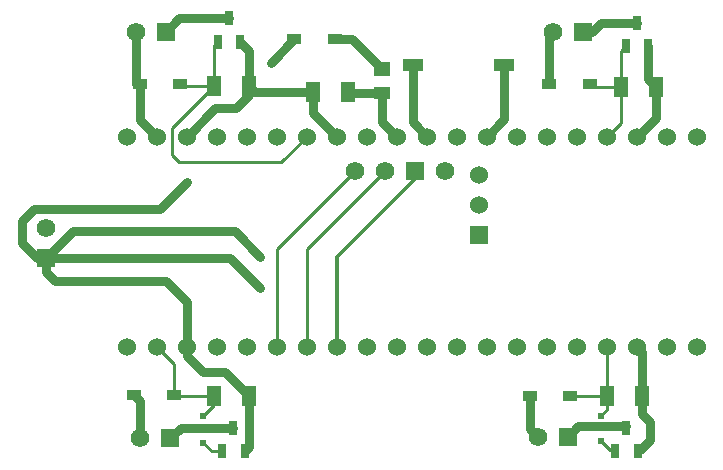
<source format=gtl>
G04 Layer: TopLayer*
G04 EasyEDA v6.5.23, 2023-05-02 21:24:27*
G04 e18e553d63b247878dc8903f2d5500c8,4f913e99b9844981aeab8c69eabd27f9,10*
G04 Gerber Generator version 0.2*
G04 Scale: 100 percent, Rotated: No, Reflected: No *
G04 Dimensions in millimeters *
G04 leading zeros omitted , absolute positions ,4 integer and 5 decimal *
%FSLAX45Y45*%
%MOMM*%

%AMMACRO1*21,1,$1,$2,0,0,$3*%
%ADD10C,0.3000*%
%ADD11C,0.2540*%
%ADD12C,0.8000*%
%ADD13R,1.2000X0.9500*%
%ADD14R,1.7500X1.0000*%
%ADD15R,0.7000X1.2500*%
%ADD16MACRO1,1.701X1.2075X-90.0000*%
%ADD17MACRO1,1.701X1.2075X90.0000*%
%ADD18MACRO1,1.377X1.1325X0.0000*%
%ADD19R,1.3770X1.1325*%
%ADD20R,1.5748X1.5748*%
%ADD21C,1.5748*%
%ADD22C,1.5240*%
%ADD23R,1.5240X1.5240*%
%ADD24C,0.6200*%

%LPD*%
D10*
X3035300Y-1943100D02*
G01*
X2781300Y-2197100D01*
X2781300Y-2959100D01*
D11*
X5186121Y-762000D02*
G01*
X5186121Y-1062278D01*
X5067300Y-1181100D01*
X5226304Y-417499D02*
G01*
X5186121Y-457682D01*
X5186121Y-762000D01*
X4919802Y-736600D02*
G01*
X4945202Y-762000D01*
X5186121Y-762000D01*
X1771904Y-379399D02*
G01*
X1744421Y-406882D01*
X1744421Y-749300D01*
X1452702Y-736600D02*
G01*
X1465402Y-749300D01*
X1744421Y-749300D01*
X5071821Y-3378200D02*
G01*
X5071821Y-2963621D01*
X5067300Y-2959100D01*
X4754702Y-3378200D02*
G01*
X5071821Y-3378200D01*
X2273300Y-2959100D02*
G01*
X2273300Y-2133600D01*
X2933700Y-1473200D01*
X2527300Y-2959100D02*
G01*
X2527300Y-2133600D01*
X3187700Y-1473200D01*
X1401902Y-3365500D02*
G01*
X1414602Y-3378200D01*
X1744421Y-3378200D01*
X1810004Y-3846499D02*
G01*
X1725599Y-3846499D01*
X1651000Y-3771900D01*
X1651000Y-3543300D02*
G01*
X1744421Y-3449878D01*
X1744421Y-3378200D01*
X5137404Y-3833799D02*
G01*
X5091099Y-3833799D01*
X5016500Y-3759200D01*
X5016500Y-3543300D02*
G01*
X5071826Y-3487973D01*
X5071826Y-3378200D01*
X2040178Y-3378200D02*
G01*
X1987295Y-3431082D01*
D12*
X4579797Y-736600D02*
G01*
X4579797Y-322402D01*
X4610100Y-292100D01*
D11*
X1744421Y-749300D02*
G01*
X1739900Y-749300D01*
X1384300Y-1104900D01*
X1384300Y-1333500D01*
X1447800Y-1397000D01*
X2311400Y-1397000D01*
X2527300Y-1181100D01*
D12*
X5321300Y-1181100D02*
G01*
X5481878Y-1020521D01*
X5481878Y-762000D01*
X5481878Y-762000D02*
G01*
X5416295Y-696417D01*
X5416295Y-417499D01*
X5321300Y-217500D02*
G01*
X5016500Y-217500D01*
X4941900Y-292100D01*
X4864100Y-292100D01*
X5321300Y-2959100D02*
G01*
X5367578Y-3005378D01*
X5367578Y-3378200D01*
X5367578Y-3378200D02*
G01*
X5367578Y-3526078D01*
X5435600Y-3594100D01*
X5435600Y-3746500D01*
X5348300Y-3833799D01*
X5327395Y-3833799D01*
X4483100Y-3721100D02*
G01*
X4414697Y-3652697D01*
X4414697Y-3378200D01*
X1905000Y-3646500D02*
G01*
X1458899Y-3646500D01*
X1371600Y-3733800D01*
X2040178Y-3378200D02*
G01*
X2040178Y-3806317D01*
X1999995Y-3846499D01*
X1511300Y-2959100D02*
G01*
X1511300Y-3035300D01*
X1651000Y-3175000D01*
X1836928Y-3175000D01*
X2040127Y-3378200D01*
X1061897Y-3365500D02*
G01*
X1117600Y-3421202D01*
X1117600Y-3733800D01*
D11*
X1401902Y-3365500D02*
G01*
X1401902Y-3103702D01*
X1257300Y-2959100D01*
D12*
X5232400Y-3633723D02*
G01*
X4824475Y-3633723D01*
X4737100Y-3721100D01*
X1079500Y-292100D02*
G01*
X1079500Y-736600D01*
X1112697Y-736600D02*
G01*
X1112697Y-1036497D01*
X1257300Y-1181100D01*
X1333500Y-292100D02*
G01*
X1446199Y-179400D01*
X1866900Y-179400D01*
X1511300Y-2959100D02*
G01*
X1511300Y-2578100D01*
X1333500Y-2400300D01*
X393700Y-2400300D01*
X317500Y-2324100D01*
X317500Y-2209800D01*
X1511300Y-1562100D02*
G01*
X1282700Y-1790700D01*
X215900Y-1790700D01*
X114300Y-1892300D01*
X114300Y-2082800D01*
X241300Y-2209800D01*
X317500Y-2209800D01*
X2133600Y-2463800D02*
G01*
X1879600Y-2209800D01*
X317500Y-2209800D01*
X317500Y-2209800D02*
G01*
X546100Y-1981200D01*
X1917700Y-1981200D01*
X2133600Y-2197100D01*
X1961895Y-379399D02*
G01*
X2040178Y-457682D01*
X2040178Y-749300D01*
X1511300Y-1181100D02*
G01*
X1752600Y-939800D01*
X1930400Y-939800D01*
X2040178Y-830021D01*
X2040178Y-749300D01*
X2040178Y-749300D02*
G01*
X2090978Y-800100D01*
X2582621Y-800100D01*
X2781300Y-1181100D02*
G01*
X2582621Y-982421D01*
X2582621Y-800100D01*
X3422510Y-609600D02*
G01*
X3422510Y-1060310D01*
X3543300Y-1181100D01*
X4197489Y-609600D02*
G01*
X4197489Y-1034910D01*
X4051300Y-1181100D01*
X2878378Y-800100D02*
G01*
X2889478Y-811199D01*
X3162300Y-811199D01*
X3289300Y-1181100D02*
G01*
X3162300Y-1054100D01*
X3162300Y-811199D01*
X3162300Y-611200D02*
G01*
X2906699Y-355600D01*
X2760802Y-355600D01*
X2220615Y-558800D02*
G01*
X2420797Y-358617D01*
X2420797Y-355600D01*
D10*
X3441700Y-1473200D02*
G01*
X3441700Y-1536700D01*
X3035300Y-1943100D01*
D13*
G01*
X2420797Y-355600D03*
G01*
X2760802Y-355600D03*
D14*
G01*
X3422497Y-571500D03*
G01*
X4197502Y-571500D03*
D15*
G01*
X5137404Y-3846499D03*
G01*
X5327395Y-3846499D03*
G01*
X5232400Y-3646500D03*
G01*
X1810004Y-3846499D03*
G01*
X1999995Y-3846499D03*
G01*
X1905000Y-3646500D03*
G01*
X1771904Y-379399D03*
G01*
X1961895Y-379399D03*
G01*
X1866900Y-179400D03*
G01*
X5226304Y-417499D03*
G01*
X5416295Y-417499D03*
G01*
X5321300Y-217500D03*
D16*
G01*
X5071823Y-3378200D03*
G01*
X5367576Y-3378200D03*
G01*
X1744423Y-3378200D03*
G01*
X2040176Y-3378200D03*
G01*
X1744423Y-749300D03*
G01*
X2040176Y-749300D03*
G01*
X5186123Y-762000D03*
G01*
X5481876Y-762000D03*
D17*
G01*
X2878376Y-800100D03*
G01*
X2582623Y-800100D03*
D18*
G01*
X3162300Y-611195D03*
D19*
G01*
X3162300Y-811199D03*
D13*
G01*
X4754702Y-3378200D03*
G01*
X4414697Y-3378200D03*
G01*
X1401902Y-3365500D03*
G01*
X1061897Y-3365500D03*
G01*
X1452702Y-736600D03*
G01*
X1112697Y-736600D03*
G01*
X4919802Y-736600D03*
G01*
X4579797Y-736600D03*
D20*
G01*
X317500Y-2209800D03*
D21*
G01*
X317500Y-1955800D03*
G01*
X3695700Y-1473200D03*
D20*
G01*
X3441700Y-1473200D03*
D21*
G01*
X3187700Y-1473200D03*
G01*
X2933700Y-1473200D03*
G01*
X4483100Y-3721100D03*
D20*
G01*
X4737100Y-3721100D03*
D21*
G01*
X1117600Y-3733800D03*
D20*
G01*
X1371600Y-3733800D03*
D21*
G01*
X1079500Y-292100D03*
D20*
G01*
X1333500Y-292100D03*
D21*
G01*
X4610100Y-292100D03*
D20*
G01*
X4864100Y-292100D03*
D22*
G01*
X5829300Y-1181100D03*
G01*
X5575300Y-1181100D03*
G01*
X5321300Y-1181100D03*
G01*
X5067300Y-1181100D03*
G01*
X4813300Y-1181100D03*
G01*
X4559300Y-1181100D03*
G01*
X4305300Y-1181100D03*
G01*
X4051300Y-1181100D03*
G01*
X3797300Y-1181100D03*
G01*
X3543300Y-1181100D03*
G01*
X3289300Y-1181100D03*
G01*
X3035300Y-1181100D03*
G01*
X2781300Y-1181100D03*
G01*
X2527300Y-1181100D03*
G01*
X2273300Y-1181100D03*
G01*
X2019300Y-1181100D03*
G01*
X1765300Y-1181100D03*
G01*
X1511300Y-1181100D03*
G01*
X1257300Y-1181100D03*
G01*
X1003300Y-1181100D03*
G01*
X5829300Y-2959100D03*
G01*
X5575300Y-2959100D03*
G01*
X5321300Y-2959100D03*
G01*
X5067300Y-2959100D03*
G01*
X4813300Y-2959100D03*
G01*
X4559300Y-2959100D03*
G01*
X4305300Y-2959100D03*
G01*
X4051300Y-2959100D03*
G01*
X3797300Y-2959100D03*
G01*
X3543300Y-2959100D03*
G01*
X3289300Y-2959100D03*
G01*
X3035300Y-2959100D03*
G01*
X2781300Y-2959100D03*
G01*
X2527300Y-2959100D03*
G01*
X2273300Y-2959100D03*
G01*
X2019300Y-2959100D03*
G01*
X1765300Y-2959100D03*
G01*
X1511300Y-2959100D03*
G01*
X1257300Y-2959100D03*
G01*
X1003300Y-2959100D03*
G01*
X3986301Y-1757705D03*
G01*
X3986301Y-1503705D03*
D23*
G01*
X3986301Y-2011705D03*
D24*
G01*
X1651000Y-3771900D03*
G01*
X1651000Y-3543300D03*
G01*
X5016500Y-3759200D03*
G01*
X5016500Y-3543300D03*
G01*
X2220620Y-558800D03*
G01*
X2133600Y-2197100D03*
G01*
X1511300Y-1562100D03*
G01*
X2133600Y-2463800D03*
M02*

</source>
